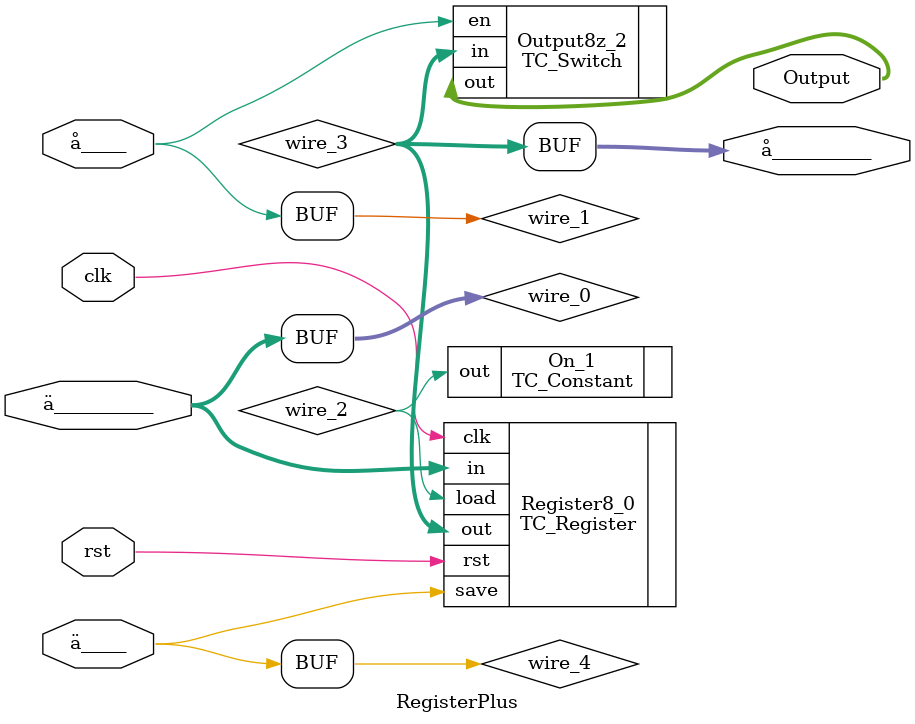
<source format=v>
module RegisterPlus (clk, rst, \å_____ , \ä___________ , \ä_____ , \å___________ , Output);
  parameter UUID = 0;
  parameter NAME = "";
  input wire clk;
  input wire rst;

  input  wire [0:0] \å_____ ;
  input  wire [7:0] \ä___________ ;
  input  wire [0:0] \ä_____ ;
  output  wire [7:0] \å___________ ;
  output  wire [7:0] Output;

  TC_Register # (.UUID(64'd1 ^ UUID), .BIT_WIDTH(64'd8)) Register8_0 (.clk(clk), .rst(rst), .load(wire_2), .save(wire_4), .in(wire_0), .out(wire_3));
  TC_Constant # (.UUID(64'd2 ^ UUID), .BIT_WIDTH(64'd1), .value(1'd1)) On_1 (.out(wire_2));
  TC_Switch # (.UUID(64'd3587491547824661070 ^ UUID), .BIT_WIDTH(64'd8)) Output8z_2 (.en(wire_1), .in(wire_3), .out(Output));

  wire [7:0] wire_0;
  assign wire_0 = \ä___________ ;
  wire [0:0] wire_1;
  assign wire_1 = \å_____ ;
  wire [0:0] wire_2;
  wire [7:0] wire_3;
  assign \å___________  = wire_3;
  wire [0:0] wire_4;
  assign wire_4 = \ä_____ ;

endmodule

</source>
